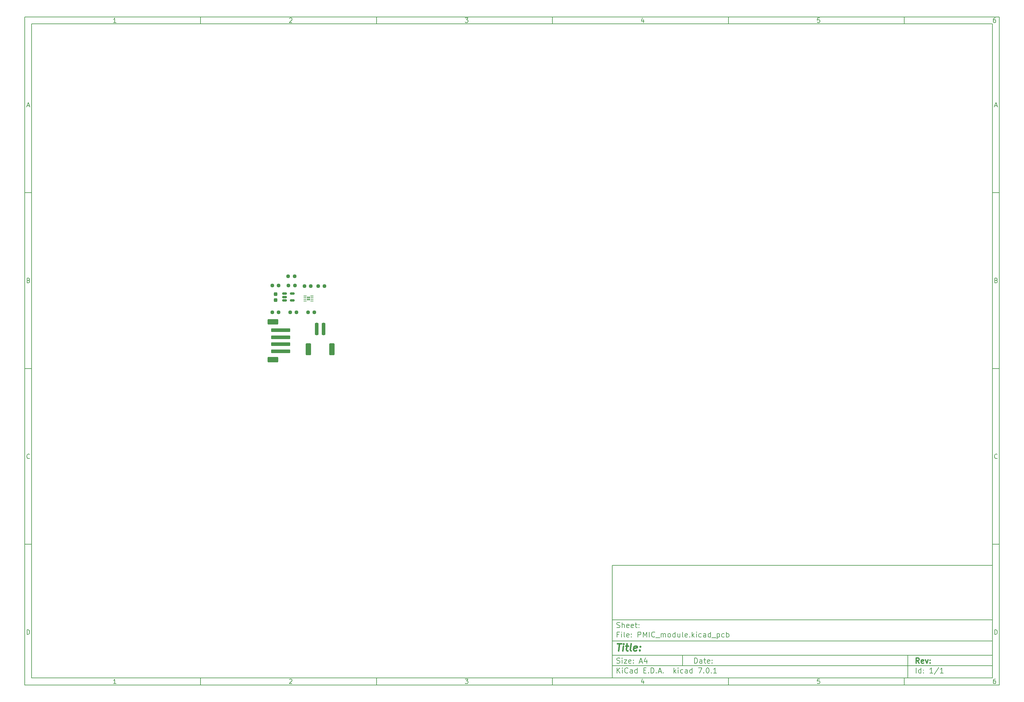
<source format=gbr>
%TF.GenerationSoftware,KiCad,Pcbnew,7.0.1*%
%TF.CreationDate,2023-09-22T10:39:05-04:00*%
%TF.ProjectId,PMIC_module,504d4943-5f6d-46f6-9475-6c652e6b6963,rev?*%
%TF.SameCoordinates,Original*%
%TF.FileFunction,Paste,Top*%
%TF.FilePolarity,Positive*%
%FSLAX46Y46*%
G04 Gerber Fmt 4.6, Leading zero omitted, Abs format (unit mm)*
G04 Created by KiCad (PCBNEW 7.0.1) date 2023-09-22 10:39:05*
%MOMM*%
%LPD*%
G01*
G04 APERTURE LIST*
G04 Aperture macros list*
%AMRoundRect*
0 Rectangle with rounded corners*
0 $1 Rounding radius*
0 $2 $3 $4 $5 $6 $7 $8 $9 X,Y pos of 4 corners*
0 Add a 4 corners polygon primitive as box body*
4,1,4,$2,$3,$4,$5,$6,$7,$8,$9,$2,$3,0*
0 Add four circle primitives for the rounded corners*
1,1,$1+$1,$2,$3*
1,1,$1+$1,$4,$5*
1,1,$1+$1,$6,$7*
1,1,$1+$1,$8,$9*
0 Add four rect primitives between the rounded corners*
20,1,$1+$1,$2,$3,$4,$5,0*
20,1,$1+$1,$4,$5,$6,$7,0*
20,1,$1+$1,$6,$7,$8,$9,0*
20,1,$1+$1,$8,$9,$2,$3,0*%
G04 Aperture macros list end*
%ADD10C,0.100000*%
%ADD11C,0.150000*%
%ADD12C,0.300000*%
%ADD13C,0.400000*%
%ADD14RoundRect,0.237500X-0.250000X-0.237500X0.250000X-0.237500X0.250000X0.237500X-0.250000X0.237500X0*%
%ADD15RoundRect,0.250000X-0.250000X-1.500000X0.250000X-1.500000X0.250000X1.500000X-0.250000X1.500000X0*%
%ADD16RoundRect,0.250001X-0.499999X-1.449999X0.499999X-1.449999X0.499999X1.449999X-0.499999X1.449999X0*%
%ADD17RoundRect,0.237500X0.250000X0.237500X-0.250000X0.237500X-0.250000X-0.237500X0.250000X-0.237500X0*%
%ADD18RoundRect,0.250000X2.500000X-0.250000X2.500000X0.250000X-2.500000X0.250000X-2.500000X-0.250000X0*%
%ADD19RoundRect,0.250000X1.250000X-0.550000X1.250000X0.550000X-1.250000X0.550000X-1.250000X-0.550000X0*%
%ADD20RoundRect,0.080000X-0.080000X-0.160000X0.080000X-0.160000X0.080000X0.160000X-0.080000X0.160000X0*%
%ADD21RoundRect,0.062500X-0.325000X-0.062500X0.325000X-0.062500X0.325000X0.062500X-0.325000X0.062500X0*%
%ADD22RoundRect,0.237500X-0.237500X0.287500X-0.237500X-0.287500X0.237500X-0.287500X0.237500X0.287500X0*%
%ADD23RoundRect,0.150000X-0.512500X-0.150000X0.512500X-0.150000X0.512500X0.150000X-0.512500X0.150000X0*%
G04 APERTURE END LIST*
D10*
D11*
X177002200Y-166007200D02*
X285002200Y-166007200D01*
X285002200Y-198007200D01*
X177002200Y-198007200D01*
X177002200Y-166007200D01*
D10*
D11*
X10000000Y-10000000D02*
X287002200Y-10000000D01*
X287002200Y-200007200D01*
X10000000Y-200007200D01*
X10000000Y-10000000D01*
D10*
D11*
X12000000Y-12000000D02*
X285002200Y-12000000D01*
X285002200Y-198007200D01*
X12000000Y-198007200D01*
X12000000Y-12000000D01*
D10*
D11*
X60000000Y-12000000D02*
X60000000Y-10000000D01*
D10*
D11*
X110000000Y-12000000D02*
X110000000Y-10000000D01*
D10*
D11*
X160000000Y-12000000D02*
X160000000Y-10000000D01*
D10*
D11*
X210000000Y-12000000D02*
X210000000Y-10000000D01*
D10*
D11*
X260000000Y-12000000D02*
X260000000Y-10000000D01*
D10*
D11*
X35990476Y-11601404D02*
X35247619Y-11601404D01*
X35619047Y-11601404D02*
X35619047Y-10301404D01*
X35619047Y-10301404D02*
X35495238Y-10487119D01*
X35495238Y-10487119D02*
X35371428Y-10610928D01*
X35371428Y-10610928D02*
X35247619Y-10672833D01*
D10*
D11*
X85247619Y-10425214D02*
X85309523Y-10363309D01*
X85309523Y-10363309D02*
X85433333Y-10301404D01*
X85433333Y-10301404D02*
X85742857Y-10301404D01*
X85742857Y-10301404D02*
X85866666Y-10363309D01*
X85866666Y-10363309D02*
X85928571Y-10425214D01*
X85928571Y-10425214D02*
X85990476Y-10549023D01*
X85990476Y-10549023D02*
X85990476Y-10672833D01*
X85990476Y-10672833D02*
X85928571Y-10858547D01*
X85928571Y-10858547D02*
X85185714Y-11601404D01*
X85185714Y-11601404D02*
X85990476Y-11601404D01*
D10*
D11*
X135185714Y-10301404D02*
X135990476Y-10301404D01*
X135990476Y-10301404D02*
X135557142Y-10796642D01*
X135557142Y-10796642D02*
X135742857Y-10796642D01*
X135742857Y-10796642D02*
X135866666Y-10858547D01*
X135866666Y-10858547D02*
X135928571Y-10920452D01*
X135928571Y-10920452D02*
X135990476Y-11044261D01*
X135990476Y-11044261D02*
X135990476Y-11353785D01*
X135990476Y-11353785D02*
X135928571Y-11477595D01*
X135928571Y-11477595D02*
X135866666Y-11539500D01*
X135866666Y-11539500D02*
X135742857Y-11601404D01*
X135742857Y-11601404D02*
X135371428Y-11601404D01*
X135371428Y-11601404D02*
X135247619Y-11539500D01*
X135247619Y-11539500D02*
X135185714Y-11477595D01*
D10*
D11*
X185866666Y-10734738D02*
X185866666Y-11601404D01*
X185557142Y-10239500D02*
X185247619Y-11168071D01*
X185247619Y-11168071D02*
X186052380Y-11168071D01*
D10*
D11*
X235928571Y-10301404D02*
X235309523Y-10301404D01*
X235309523Y-10301404D02*
X235247619Y-10920452D01*
X235247619Y-10920452D02*
X235309523Y-10858547D01*
X235309523Y-10858547D02*
X235433333Y-10796642D01*
X235433333Y-10796642D02*
X235742857Y-10796642D01*
X235742857Y-10796642D02*
X235866666Y-10858547D01*
X235866666Y-10858547D02*
X235928571Y-10920452D01*
X235928571Y-10920452D02*
X235990476Y-11044261D01*
X235990476Y-11044261D02*
X235990476Y-11353785D01*
X235990476Y-11353785D02*
X235928571Y-11477595D01*
X235928571Y-11477595D02*
X235866666Y-11539500D01*
X235866666Y-11539500D02*
X235742857Y-11601404D01*
X235742857Y-11601404D02*
X235433333Y-11601404D01*
X235433333Y-11601404D02*
X235309523Y-11539500D01*
X235309523Y-11539500D02*
X235247619Y-11477595D01*
D10*
D11*
X285866666Y-10301404D02*
X285619047Y-10301404D01*
X285619047Y-10301404D02*
X285495238Y-10363309D01*
X285495238Y-10363309D02*
X285433333Y-10425214D01*
X285433333Y-10425214D02*
X285309523Y-10610928D01*
X285309523Y-10610928D02*
X285247619Y-10858547D01*
X285247619Y-10858547D02*
X285247619Y-11353785D01*
X285247619Y-11353785D02*
X285309523Y-11477595D01*
X285309523Y-11477595D02*
X285371428Y-11539500D01*
X285371428Y-11539500D02*
X285495238Y-11601404D01*
X285495238Y-11601404D02*
X285742857Y-11601404D01*
X285742857Y-11601404D02*
X285866666Y-11539500D01*
X285866666Y-11539500D02*
X285928571Y-11477595D01*
X285928571Y-11477595D02*
X285990476Y-11353785D01*
X285990476Y-11353785D02*
X285990476Y-11044261D01*
X285990476Y-11044261D02*
X285928571Y-10920452D01*
X285928571Y-10920452D02*
X285866666Y-10858547D01*
X285866666Y-10858547D02*
X285742857Y-10796642D01*
X285742857Y-10796642D02*
X285495238Y-10796642D01*
X285495238Y-10796642D02*
X285371428Y-10858547D01*
X285371428Y-10858547D02*
X285309523Y-10920452D01*
X285309523Y-10920452D02*
X285247619Y-11044261D01*
D10*
D11*
X60000000Y-198007200D02*
X60000000Y-200007200D01*
D10*
D11*
X110000000Y-198007200D02*
X110000000Y-200007200D01*
D10*
D11*
X160000000Y-198007200D02*
X160000000Y-200007200D01*
D10*
D11*
X210000000Y-198007200D02*
X210000000Y-200007200D01*
D10*
D11*
X260000000Y-198007200D02*
X260000000Y-200007200D01*
D10*
D11*
X35990476Y-199608604D02*
X35247619Y-199608604D01*
X35619047Y-199608604D02*
X35619047Y-198308604D01*
X35619047Y-198308604D02*
X35495238Y-198494319D01*
X35495238Y-198494319D02*
X35371428Y-198618128D01*
X35371428Y-198618128D02*
X35247619Y-198680033D01*
D10*
D11*
X85247619Y-198432414D02*
X85309523Y-198370509D01*
X85309523Y-198370509D02*
X85433333Y-198308604D01*
X85433333Y-198308604D02*
X85742857Y-198308604D01*
X85742857Y-198308604D02*
X85866666Y-198370509D01*
X85866666Y-198370509D02*
X85928571Y-198432414D01*
X85928571Y-198432414D02*
X85990476Y-198556223D01*
X85990476Y-198556223D02*
X85990476Y-198680033D01*
X85990476Y-198680033D02*
X85928571Y-198865747D01*
X85928571Y-198865747D02*
X85185714Y-199608604D01*
X85185714Y-199608604D02*
X85990476Y-199608604D01*
D10*
D11*
X135185714Y-198308604D02*
X135990476Y-198308604D01*
X135990476Y-198308604D02*
X135557142Y-198803842D01*
X135557142Y-198803842D02*
X135742857Y-198803842D01*
X135742857Y-198803842D02*
X135866666Y-198865747D01*
X135866666Y-198865747D02*
X135928571Y-198927652D01*
X135928571Y-198927652D02*
X135990476Y-199051461D01*
X135990476Y-199051461D02*
X135990476Y-199360985D01*
X135990476Y-199360985D02*
X135928571Y-199484795D01*
X135928571Y-199484795D02*
X135866666Y-199546700D01*
X135866666Y-199546700D02*
X135742857Y-199608604D01*
X135742857Y-199608604D02*
X135371428Y-199608604D01*
X135371428Y-199608604D02*
X135247619Y-199546700D01*
X135247619Y-199546700D02*
X135185714Y-199484795D01*
D10*
D11*
X185866666Y-198741938D02*
X185866666Y-199608604D01*
X185557142Y-198246700D02*
X185247619Y-199175271D01*
X185247619Y-199175271D02*
X186052380Y-199175271D01*
D10*
D11*
X235928571Y-198308604D02*
X235309523Y-198308604D01*
X235309523Y-198308604D02*
X235247619Y-198927652D01*
X235247619Y-198927652D02*
X235309523Y-198865747D01*
X235309523Y-198865747D02*
X235433333Y-198803842D01*
X235433333Y-198803842D02*
X235742857Y-198803842D01*
X235742857Y-198803842D02*
X235866666Y-198865747D01*
X235866666Y-198865747D02*
X235928571Y-198927652D01*
X235928571Y-198927652D02*
X235990476Y-199051461D01*
X235990476Y-199051461D02*
X235990476Y-199360985D01*
X235990476Y-199360985D02*
X235928571Y-199484795D01*
X235928571Y-199484795D02*
X235866666Y-199546700D01*
X235866666Y-199546700D02*
X235742857Y-199608604D01*
X235742857Y-199608604D02*
X235433333Y-199608604D01*
X235433333Y-199608604D02*
X235309523Y-199546700D01*
X235309523Y-199546700D02*
X235247619Y-199484795D01*
D10*
D11*
X285866666Y-198308604D02*
X285619047Y-198308604D01*
X285619047Y-198308604D02*
X285495238Y-198370509D01*
X285495238Y-198370509D02*
X285433333Y-198432414D01*
X285433333Y-198432414D02*
X285309523Y-198618128D01*
X285309523Y-198618128D02*
X285247619Y-198865747D01*
X285247619Y-198865747D02*
X285247619Y-199360985D01*
X285247619Y-199360985D02*
X285309523Y-199484795D01*
X285309523Y-199484795D02*
X285371428Y-199546700D01*
X285371428Y-199546700D02*
X285495238Y-199608604D01*
X285495238Y-199608604D02*
X285742857Y-199608604D01*
X285742857Y-199608604D02*
X285866666Y-199546700D01*
X285866666Y-199546700D02*
X285928571Y-199484795D01*
X285928571Y-199484795D02*
X285990476Y-199360985D01*
X285990476Y-199360985D02*
X285990476Y-199051461D01*
X285990476Y-199051461D02*
X285928571Y-198927652D01*
X285928571Y-198927652D02*
X285866666Y-198865747D01*
X285866666Y-198865747D02*
X285742857Y-198803842D01*
X285742857Y-198803842D02*
X285495238Y-198803842D01*
X285495238Y-198803842D02*
X285371428Y-198865747D01*
X285371428Y-198865747D02*
X285309523Y-198927652D01*
X285309523Y-198927652D02*
X285247619Y-199051461D01*
D10*
D11*
X10000000Y-60000000D02*
X12000000Y-60000000D01*
D10*
D11*
X10000000Y-110000000D02*
X12000000Y-110000000D01*
D10*
D11*
X10000000Y-160000000D02*
X12000000Y-160000000D01*
D10*
D11*
X10690476Y-35229976D02*
X11309523Y-35229976D01*
X10566666Y-35601404D02*
X10999999Y-34301404D01*
X10999999Y-34301404D02*
X11433333Y-35601404D01*
D10*
D11*
X11092857Y-84920452D02*
X11278571Y-84982357D01*
X11278571Y-84982357D02*
X11340476Y-85044261D01*
X11340476Y-85044261D02*
X11402380Y-85168071D01*
X11402380Y-85168071D02*
X11402380Y-85353785D01*
X11402380Y-85353785D02*
X11340476Y-85477595D01*
X11340476Y-85477595D02*
X11278571Y-85539500D01*
X11278571Y-85539500D02*
X11154761Y-85601404D01*
X11154761Y-85601404D02*
X10659523Y-85601404D01*
X10659523Y-85601404D02*
X10659523Y-84301404D01*
X10659523Y-84301404D02*
X11092857Y-84301404D01*
X11092857Y-84301404D02*
X11216666Y-84363309D01*
X11216666Y-84363309D02*
X11278571Y-84425214D01*
X11278571Y-84425214D02*
X11340476Y-84549023D01*
X11340476Y-84549023D02*
X11340476Y-84672833D01*
X11340476Y-84672833D02*
X11278571Y-84796642D01*
X11278571Y-84796642D02*
X11216666Y-84858547D01*
X11216666Y-84858547D02*
X11092857Y-84920452D01*
X11092857Y-84920452D02*
X10659523Y-84920452D01*
D10*
D11*
X11402380Y-135477595D02*
X11340476Y-135539500D01*
X11340476Y-135539500D02*
X11154761Y-135601404D01*
X11154761Y-135601404D02*
X11030952Y-135601404D01*
X11030952Y-135601404D02*
X10845238Y-135539500D01*
X10845238Y-135539500D02*
X10721428Y-135415690D01*
X10721428Y-135415690D02*
X10659523Y-135291880D01*
X10659523Y-135291880D02*
X10597619Y-135044261D01*
X10597619Y-135044261D02*
X10597619Y-134858547D01*
X10597619Y-134858547D02*
X10659523Y-134610928D01*
X10659523Y-134610928D02*
X10721428Y-134487119D01*
X10721428Y-134487119D02*
X10845238Y-134363309D01*
X10845238Y-134363309D02*
X11030952Y-134301404D01*
X11030952Y-134301404D02*
X11154761Y-134301404D01*
X11154761Y-134301404D02*
X11340476Y-134363309D01*
X11340476Y-134363309D02*
X11402380Y-134425214D01*
D10*
D11*
X10659523Y-185601404D02*
X10659523Y-184301404D01*
X10659523Y-184301404D02*
X10969047Y-184301404D01*
X10969047Y-184301404D02*
X11154761Y-184363309D01*
X11154761Y-184363309D02*
X11278571Y-184487119D01*
X11278571Y-184487119D02*
X11340476Y-184610928D01*
X11340476Y-184610928D02*
X11402380Y-184858547D01*
X11402380Y-184858547D02*
X11402380Y-185044261D01*
X11402380Y-185044261D02*
X11340476Y-185291880D01*
X11340476Y-185291880D02*
X11278571Y-185415690D01*
X11278571Y-185415690D02*
X11154761Y-185539500D01*
X11154761Y-185539500D02*
X10969047Y-185601404D01*
X10969047Y-185601404D02*
X10659523Y-185601404D01*
D10*
D11*
X287002200Y-60000000D02*
X285002200Y-60000000D01*
D10*
D11*
X287002200Y-110000000D02*
X285002200Y-110000000D01*
D10*
D11*
X287002200Y-160000000D02*
X285002200Y-160000000D01*
D10*
D11*
X285692676Y-35229976D02*
X286311723Y-35229976D01*
X285568866Y-35601404D02*
X286002199Y-34301404D01*
X286002199Y-34301404D02*
X286435533Y-35601404D01*
D10*
D11*
X286095057Y-84920452D02*
X286280771Y-84982357D01*
X286280771Y-84982357D02*
X286342676Y-85044261D01*
X286342676Y-85044261D02*
X286404580Y-85168071D01*
X286404580Y-85168071D02*
X286404580Y-85353785D01*
X286404580Y-85353785D02*
X286342676Y-85477595D01*
X286342676Y-85477595D02*
X286280771Y-85539500D01*
X286280771Y-85539500D02*
X286156961Y-85601404D01*
X286156961Y-85601404D02*
X285661723Y-85601404D01*
X285661723Y-85601404D02*
X285661723Y-84301404D01*
X285661723Y-84301404D02*
X286095057Y-84301404D01*
X286095057Y-84301404D02*
X286218866Y-84363309D01*
X286218866Y-84363309D02*
X286280771Y-84425214D01*
X286280771Y-84425214D02*
X286342676Y-84549023D01*
X286342676Y-84549023D02*
X286342676Y-84672833D01*
X286342676Y-84672833D02*
X286280771Y-84796642D01*
X286280771Y-84796642D02*
X286218866Y-84858547D01*
X286218866Y-84858547D02*
X286095057Y-84920452D01*
X286095057Y-84920452D02*
X285661723Y-84920452D01*
D10*
D11*
X286404580Y-135477595D02*
X286342676Y-135539500D01*
X286342676Y-135539500D02*
X286156961Y-135601404D01*
X286156961Y-135601404D02*
X286033152Y-135601404D01*
X286033152Y-135601404D02*
X285847438Y-135539500D01*
X285847438Y-135539500D02*
X285723628Y-135415690D01*
X285723628Y-135415690D02*
X285661723Y-135291880D01*
X285661723Y-135291880D02*
X285599819Y-135044261D01*
X285599819Y-135044261D02*
X285599819Y-134858547D01*
X285599819Y-134858547D02*
X285661723Y-134610928D01*
X285661723Y-134610928D02*
X285723628Y-134487119D01*
X285723628Y-134487119D02*
X285847438Y-134363309D01*
X285847438Y-134363309D02*
X286033152Y-134301404D01*
X286033152Y-134301404D02*
X286156961Y-134301404D01*
X286156961Y-134301404D02*
X286342676Y-134363309D01*
X286342676Y-134363309D02*
X286404580Y-134425214D01*
D10*
D11*
X285661723Y-185601404D02*
X285661723Y-184301404D01*
X285661723Y-184301404D02*
X285971247Y-184301404D01*
X285971247Y-184301404D02*
X286156961Y-184363309D01*
X286156961Y-184363309D02*
X286280771Y-184487119D01*
X286280771Y-184487119D02*
X286342676Y-184610928D01*
X286342676Y-184610928D02*
X286404580Y-184858547D01*
X286404580Y-184858547D02*
X286404580Y-185044261D01*
X286404580Y-185044261D02*
X286342676Y-185291880D01*
X286342676Y-185291880D02*
X286280771Y-185415690D01*
X286280771Y-185415690D02*
X286156961Y-185539500D01*
X286156961Y-185539500D02*
X285971247Y-185601404D01*
X285971247Y-185601404D02*
X285661723Y-185601404D01*
D10*
D11*
X200359342Y-193801128D02*
X200359342Y-192301128D01*
X200359342Y-192301128D02*
X200716485Y-192301128D01*
X200716485Y-192301128D02*
X200930771Y-192372557D01*
X200930771Y-192372557D02*
X201073628Y-192515414D01*
X201073628Y-192515414D02*
X201145057Y-192658271D01*
X201145057Y-192658271D02*
X201216485Y-192943985D01*
X201216485Y-192943985D02*
X201216485Y-193158271D01*
X201216485Y-193158271D02*
X201145057Y-193443985D01*
X201145057Y-193443985D02*
X201073628Y-193586842D01*
X201073628Y-193586842D02*
X200930771Y-193729700D01*
X200930771Y-193729700D02*
X200716485Y-193801128D01*
X200716485Y-193801128D02*
X200359342Y-193801128D01*
X202502200Y-193801128D02*
X202502200Y-193015414D01*
X202502200Y-193015414D02*
X202430771Y-192872557D01*
X202430771Y-192872557D02*
X202287914Y-192801128D01*
X202287914Y-192801128D02*
X202002200Y-192801128D01*
X202002200Y-192801128D02*
X201859342Y-192872557D01*
X202502200Y-193729700D02*
X202359342Y-193801128D01*
X202359342Y-193801128D02*
X202002200Y-193801128D01*
X202002200Y-193801128D02*
X201859342Y-193729700D01*
X201859342Y-193729700D02*
X201787914Y-193586842D01*
X201787914Y-193586842D02*
X201787914Y-193443985D01*
X201787914Y-193443985D02*
X201859342Y-193301128D01*
X201859342Y-193301128D02*
X202002200Y-193229700D01*
X202002200Y-193229700D02*
X202359342Y-193229700D01*
X202359342Y-193229700D02*
X202502200Y-193158271D01*
X203002200Y-192801128D02*
X203573628Y-192801128D01*
X203216485Y-192301128D02*
X203216485Y-193586842D01*
X203216485Y-193586842D02*
X203287914Y-193729700D01*
X203287914Y-193729700D02*
X203430771Y-193801128D01*
X203430771Y-193801128D02*
X203573628Y-193801128D01*
X204645057Y-193729700D02*
X204502200Y-193801128D01*
X204502200Y-193801128D02*
X204216486Y-193801128D01*
X204216486Y-193801128D02*
X204073628Y-193729700D01*
X204073628Y-193729700D02*
X204002200Y-193586842D01*
X204002200Y-193586842D02*
X204002200Y-193015414D01*
X204002200Y-193015414D02*
X204073628Y-192872557D01*
X204073628Y-192872557D02*
X204216486Y-192801128D01*
X204216486Y-192801128D02*
X204502200Y-192801128D01*
X204502200Y-192801128D02*
X204645057Y-192872557D01*
X204645057Y-192872557D02*
X204716486Y-193015414D01*
X204716486Y-193015414D02*
X204716486Y-193158271D01*
X204716486Y-193158271D02*
X204002200Y-193301128D01*
X205359342Y-193658271D02*
X205430771Y-193729700D01*
X205430771Y-193729700D02*
X205359342Y-193801128D01*
X205359342Y-193801128D02*
X205287914Y-193729700D01*
X205287914Y-193729700D02*
X205359342Y-193658271D01*
X205359342Y-193658271D02*
X205359342Y-193801128D01*
X205359342Y-192872557D02*
X205430771Y-192943985D01*
X205430771Y-192943985D02*
X205359342Y-193015414D01*
X205359342Y-193015414D02*
X205287914Y-192943985D01*
X205287914Y-192943985D02*
X205359342Y-192872557D01*
X205359342Y-192872557D02*
X205359342Y-193015414D01*
D10*
D11*
X177002200Y-194507200D02*
X285002200Y-194507200D01*
D10*
D11*
X178359342Y-196601128D02*
X178359342Y-195101128D01*
X179216485Y-196601128D02*
X178573628Y-195743985D01*
X179216485Y-195101128D02*
X178359342Y-195958271D01*
X179859342Y-196601128D02*
X179859342Y-195601128D01*
X179859342Y-195101128D02*
X179787914Y-195172557D01*
X179787914Y-195172557D02*
X179859342Y-195243985D01*
X179859342Y-195243985D02*
X179930771Y-195172557D01*
X179930771Y-195172557D02*
X179859342Y-195101128D01*
X179859342Y-195101128D02*
X179859342Y-195243985D01*
X181430771Y-196458271D02*
X181359343Y-196529700D01*
X181359343Y-196529700D02*
X181145057Y-196601128D01*
X181145057Y-196601128D02*
X181002200Y-196601128D01*
X181002200Y-196601128D02*
X180787914Y-196529700D01*
X180787914Y-196529700D02*
X180645057Y-196386842D01*
X180645057Y-196386842D02*
X180573628Y-196243985D01*
X180573628Y-196243985D02*
X180502200Y-195958271D01*
X180502200Y-195958271D02*
X180502200Y-195743985D01*
X180502200Y-195743985D02*
X180573628Y-195458271D01*
X180573628Y-195458271D02*
X180645057Y-195315414D01*
X180645057Y-195315414D02*
X180787914Y-195172557D01*
X180787914Y-195172557D02*
X181002200Y-195101128D01*
X181002200Y-195101128D02*
X181145057Y-195101128D01*
X181145057Y-195101128D02*
X181359343Y-195172557D01*
X181359343Y-195172557D02*
X181430771Y-195243985D01*
X182716486Y-196601128D02*
X182716486Y-195815414D01*
X182716486Y-195815414D02*
X182645057Y-195672557D01*
X182645057Y-195672557D02*
X182502200Y-195601128D01*
X182502200Y-195601128D02*
X182216486Y-195601128D01*
X182216486Y-195601128D02*
X182073628Y-195672557D01*
X182716486Y-196529700D02*
X182573628Y-196601128D01*
X182573628Y-196601128D02*
X182216486Y-196601128D01*
X182216486Y-196601128D02*
X182073628Y-196529700D01*
X182073628Y-196529700D02*
X182002200Y-196386842D01*
X182002200Y-196386842D02*
X182002200Y-196243985D01*
X182002200Y-196243985D02*
X182073628Y-196101128D01*
X182073628Y-196101128D02*
X182216486Y-196029700D01*
X182216486Y-196029700D02*
X182573628Y-196029700D01*
X182573628Y-196029700D02*
X182716486Y-195958271D01*
X184073629Y-196601128D02*
X184073629Y-195101128D01*
X184073629Y-196529700D02*
X183930771Y-196601128D01*
X183930771Y-196601128D02*
X183645057Y-196601128D01*
X183645057Y-196601128D02*
X183502200Y-196529700D01*
X183502200Y-196529700D02*
X183430771Y-196458271D01*
X183430771Y-196458271D02*
X183359343Y-196315414D01*
X183359343Y-196315414D02*
X183359343Y-195886842D01*
X183359343Y-195886842D02*
X183430771Y-195743985D01*
X183430771Y-195743985D02*
X183502200Y-195672557D01*
X183502200Y-195672557D02*
X183645057Y-195601128D01*
X183645057Y-195601128D02*
X183930771Y-195601128D01*
X183930771Y-195601128D02*
X184073629Y-195672557D01*
X185930771Y-195815414D02*
X186430771Y-195815414D01*
X186645057Y-196601128D02*
X185930771Y-196601128D01*
X185930771Y-196601128D02*
X185930771Y-195101128D01*
X185930771Y-195101128D02*
X186645057Y-195101128D01*
X187287914Y-196458271D02*
X187359343Y-196529700D01*
X187359343Y-196529700D02*
X187287914Y-196601128D01*
X187287914Y-196601128D02*
X187216486Y-196529700D01*
X187216486Y-196529700D02*
X187287914Y-196458271D01*
X187287914Y-196458271D02*
X187287914Y-196601128D01*
X188002200Y-196601128D02*
X188002200Y-195101128D01*
X188002200Y-195101128D02*
X188359343Y-195101128D01*
X188359343Y-195101128D02*
X188573629Y-195172557D01*
X188573629Y-195172557D02*
X188716486Y-195315414D01*
X188716486Y-195315414D02*
X188787915Y-195458271D01*
X188787915Y-195458271D02*
X188859343Y-195743985D01*
X188859343Y-195743985D02*
X188859343Y-195958271D01*
X188859343Y-195958271D02*
X188787915Y-196243985D01*
X188787915Y-196243985D02*
X188716486Y-196386842D01*
X188716486Y-196386842D02*
X188573629Y-196529700D01*
X188573629Y-196529700D02*
X188359343Y-196601128D01*
X188359343Y-196601128D02*
X188002200Y-196601128D01*
X189502200Y-196458271D02*
X189573629Y-196529700D01*
X189573629Y-196529700D02*
X189502200Y-196601128D01*
X189502200Y-196601128D02*
X189430772Y-196529700D01*
X189430772Y-196529700D02*
X189502200Y-196458271D01*
X189502200Y-196458271D02*
X189502200Y-196601128D01*
X190145058Y-196172557D02*
X190859344Y-196172557D01*
X190002201Y-196601128D02*
X190502201Y-195101128D01*
X190502201Y-195101128D02*
X191002201Y-196601128D01*
X191502200Y-196458271D02*
X191573629Y-196529700D01*
X191573629Y-196529700D02*
X191502200Y-196601128D01*
X191502200Y-196601128D02*
X191430772Y-196529700D01*
X191430772Y-196529700D02*
X191502200Y-196458271D01*
X191502200Y-196458271D02*
X191502200Y-196601128D01*
X194502200Y-196601128D02*
X194502200Y-195101128D01*
X194645058Y-196029700D02*
X195073629Y-196601128D01*
X195073629Y-195601128D02*
X194502200Y-196172557D01*
X195716486Y-196601128D02*
X195716486Y-195601128D01*
X195716486Y-195101128D02*
X195645058Y-195172557D01*
X195645058Y-195172557D02*
X195716486Y-195243985D01*
X195716486Y-195243985D02*
X195787915Y-195172557D01*
X195787915Y-195172557D02*
X195716486Y-195101128D01*
X195716486Y-195101128D02*
X195716486Y-195243985D01*
X197073630Y-196529700D02*
X196930772Y-196601128D01*
X196930772Y-196601128D02*
X196645058Y-196601128D01*
X196645058Y-196601128D02*
X196502201Y-196529700D01*
X196502201Y-196529700D02*
X196430772Y-196458271D01*
X196430772Y-196458271D02*
X196359344Y-196315414D01*
X196359344Y-196315414D02*
X196359344Y-195886842D01*
X196359344Y-195886842D02*
X196430772Y-195743985D01*
X196430772Y-195743985D02*
X196502201Y-195672557D01*
X196502201Y-195672557D02*
X196645058Y-195601128D01*
X196645058Y-195601128D02*
X196930772Y-195601128D01*
X196930772Y-195601128D02*
X197073630Y-195672557D01*
X198359344Y-196601128D02*
X198359344Y-195815414D01*
X198359344Y-195815414D02*
X198287915Y-195672557D01*
X198287915Y-195672557D02*
X198145058Y-195601128D01*
X198145058Y-195601128D02*
X197859344Y-195601128D01*
X197859344Y-195601128D02*
X197716486Y-195672557D01*
X198359344Y-196529700D02*
X198216486Y-196601128D01*
X198216486Y-196601128D02*
X197859344Y-196601128D01*
X197859344Y-196601128D02*
X197716486Y-196529700D01*
X197716486Y-196529700D02*
X197645058Y-196386842D01*
X197645058Y-196386842D02*
X197645058Y-196243985D01*
X197645058Y-196243985D02*
X197716486Y-196101128D01*
X197716486Y-196101128D02*
X197859344Y-196029700D01*
X197859344Y-196029700D02*
X198216486Y-196029700D01*
X198216486Y-196029700D02*
X198359344Y-195958271D01*
X199716487Y-196601128D02*
X199716487Y-195101128D01*
X199716487Y-196529700D02*
X199573629Y-196601128D01*
X199573629Y-196601128D02*
X199287915Y-196601128D01*
X199287915Y-196601128D02*
X199145058Y-196529700D01*
X199145058Y-196529700D02*
X199073629Y-196458271D01*
X199073629Y-196458271D02*
X199002201Y-196315414D01*
X199002201Y-196315414D02*
X199002201Y-195886842D01*
X199002201Y-195886842D02*
X199073629Y-195743985D01*
X199073629Y-195743985D02*
X199145058Y-195672557D01*
X199145058Y-195672557D02*
X199287915Y-195601128D01*
X199287915Y-195601128D02*
X199573629Y-195601128D01*
X199573629Y-195601128D02*
X199716487Y-195672557D01*
X201430772Y-195101128D02*
X202430772Y-195101128D01*
X202430772Y-195101128D02*
X201787915Y-196601128D01*
X203002200Y-196458271D02*
X203073629Y-196529700D01*
X203073629Y-196529700D02*
X203002200Y-196601128D01*
X203002200Y-196601128D02*
X202930772Y-196529700D01*
X202930772Y-196529700D02*
X203002200Y-196458271D01*
X203002200Y-196458271D02*
X203002200Y-196601128D01*
X204002201Y-195101128D02*
X204145058Y-195101128D01*
X204145058Y-195101128D02*
X204287915Y-195172557D01*
X204287915Y-195172557D02*
X204359344Y-195243985D01*
X204359344Y-195243985D02*
X204430772Y-195386842D01*
X204430772Y-195386842D02*
X204502201Y-195672557D01*
X204502201Y-195672557D02*
X204502201Y-196029700D01*
X204502201Y-196029700D02*
X204430772Y-196315414D01*
X204430772Y-196315414D02*
X204359344Y-196458271D01*
X204359344Y-196458271D02*
X204287915Y-196529700D01*
X204287915Y-196529700D02*
X204145058Y-196601128D01*
X204145058Y-196601128D02*
X204002201Y-196601128D01*
X204002201Y-196601128D02*
X203859344Y-196529700D01*
X203859344Y-196529700D02*
X203787915Y-196458271D01*
X203787915Y-196458271D02*
X203716486Y-196315414D01*
X203716486Y-196315414D02*
X203645058Y-196029700D01*
X203645058Y-196029700D02*
X203645058Y-195672557D01*
X203645058Y-195672557D02*
X203716486Y-195386842D01*
X203716486Y-195386842D02*
X203787915Y-195243985D01*
X203787915Y-195243985D02*
X203859344Y-195172557D01*
X203859344Y-195172557D02*
X204002201Y-195101128D01*
X205145057Y-196458271D02*
X205216486Y-196529700D01*
X205216486Y-196529700D02*
X205145057Y-196601128D01*
X205145057Y-196601128D02*
X205073629Y-196529700D01*
X205073629Y-196529700D02*
X205145057Y-196458271D01*
X205145057Y-196458271D02*
X205145057Y-196601128D01*
X206645058Y-196601128D02*
X205787915Y-196601128D01*
X206216486Y-196601128D02*
X206216486Y-195101128D01*
X206216486Y-195101128D02*
X206073629Y-195315414D01*
X206073629Y-195315414D02*
X205930772Y-195458271D01*
X205930772Y-195458271D02*
X205787915Y-195529700D01*
D10*
D11*
X177002200Y-191507200D02*
X285002200Y-191507200D01*
D10*
D12*
X264216485Y-193801128D02*
X263716485Y-193086842D01*
X263359342Y-193801128D02*
X263359342Y-192301128D01*
X263359342Y-192301128D02*
X263930771Y-192301128D01*
X263930771Y-192301128D02*
X264073628Y-192372557D01*
X264073628Y-192372557D02*
X264145057Y-192443985D01*
X264145057Y-192443985D02*
X264216485Y-192586842D01*
X264216485Y-192586842D02*
X264216485Y-192801128D01*
X264216485Y-192801128D02*
X264145057Y-192943985D01*
X264145057Y-192943985D02*
X264073628Y-193015414D01*
X264073628Y-193015414D02*
X263930771Y-193086842D01*
X263930771Y-193086842D02*
X263359342Y-193086842D01*
X265430771Y-193729700D02*
X265287914Y-193801128D01*
X265287914Y-193801128D02*
X265002200Y-193801128D01*
X265002200Y-193801128D02*
X264859342Y-193729700D01*
X264859342Y-193729700D02*
X264787914Y-193586842D01*
X264787914Y-193586842D02*
X264787914Y-193015414D01*
X264787914Y-193015414D02*
X264859342Y-192872557D01*
X264859342Y-192872557D02*
X265002200Y-192801128D01*
X265002200Y-192801128D02*
X265287914Y-192801128D01*
X265287914Y-192801128D02*
X265430771Y-192872557D01*
X265430771Y-192872557D02*
X265502200Y-193015414D01*
X265502200Y-193015414D02*
X265502200Y-193158271D01*
X265502200Y-193158271D02*
X264787914Y-193301128D01*
X266002199Y-192801128D02*
X266359342Y-193801128D01*
X266359342Y-193801128D02*
X266716485Y-192801128D01*
X267287913Y-193658271D02*
X267359342Y-193729700D01*
X267359342Y-193729700D02*
X267287913Y-193801128D01*
X267287913Y-193801128D02*
X267216485Y-193729700D01*
X267216485Y-193729700D02*
X267287913Y-193658271D01*
X267287913Y-193658271D02*
X267287913Y-193801128D01*
X267287913Y-192872557D02*
X267359342Y-192943985D01*
X267359342Y-192943985D02*
X267287913Y-193015414D01*
X267287913Y-193015414D02*
X267216485Y-192943985D01*
X267216485Y-192943985D02*
X267287913Y-192872557D01*
X267287913Y-192872557D02*
X267287913Y-193015414D01*
D10*
D11*
X178287914Y-193729700D02*
X178502200Y-193801128D01*
X178502200Y-193801128D02*
X178859342Y-193801128D01*
X178859342Y-193801128D02*
X179002200Y-193729700D01*
X179002200Y-193729700D02*
X179073628Y-193658271D01*
X179073628Y-193658271D02*
X179145057Y-193515414D01*
X179145057Y-193515414D02*
X179145057Y-193372557D01*
X179145057Y-193372557D02*
X179073628Y-193229700D01*
X179073628Y-193229700D02*
X179002200Y-193158271D01*
X179002200Y-193158271D02*
X178859342Y-193086842D01*
X178859342Y-193086842D02*
X178573628Y-193015414D01*
X178573628Y-193015414D02*
X178430771Y-192943985D01*
X178430771Y-192943985D02*
X178359342Y-192872557D01*
X178359342Y-192872557D02*
X178287914Y-192729700D01*
X178287914Y-192729700D02*
X178287914Y-192586842D01*
X178287914Y-192586842D02*
X178359342Y-192443985D01*
X178359342Y-192443985D02*
X178430771Y-192372557D01*
X178430771Y-192372557D02*
X178573628Y-192301128D01*
X178573628Y-192301128D02*
X178930771Y-192301128D01*
X178930771Y-192301128D02*
X179145057Y-192372557D01*
X179787913Y-193801128D02*
X179787913Y-192801128D01*
X179787913Y-192301128D02*
X179716485Y-192372557D01*
X179716485Y-192372557D02*
X179787913Y-192443985D01*
X179787913Y-192443985D02*
X179859342Y-192372557D01*
X179859342Y-192372557D02*
X179787913Y-192301128D01*
X179787913Y-192301128D02*
X179787913Y-192443985D01*
X180359342Y-192801128D02*
X181145057Y-192801128D01*
X181145057Y-192801128D02*
X180359342Y-193801128D01*
X180359342Y-193801128D02*
X181145057Y-193801128D01*
X182287914Y-193729700D02*
X182145057Y-193801128D01*
X182145057Y-193801128D02*
X181859343Y-193801128D01*
X181859343Y-193801128D02*
X181716485Y-193729700D01*
X181716485Y-193729700D02*
X181645057Y-193586842D01*
X181645057Y-193586842D02*
X181645057Y-193015414D01*
X181645057Y-193015414D02*
X181716485Y-192872557D01*
X181716485Y-192872557D02*
X181859343Y-192801128D01*
X181859343Y-192801128D02*
X182145057Y-192801128D01*
X182145057Y-192801128D02*
X182287914Y-192872557D01*
X182287914Y-192872557D02*
X182359343Y-193015414D01*
X182359343Y-193015414D02*
X182359343Y-193158271D01*
X182359343Y-193158271D02*
X181645057Y-193301128D01*
X183002199Y-193658271D02*
X183073628Y-193729700D01*
X183073628Y-193729700D02*
X183002199Y-193801128D01*
X183002199Y-193801128D02*
X182930771Y-193729700D01*
X182930771Y-193729700D02*
X183002199Y-193658271D01*
X183002199Y-193658271D02*
X183002199Y-193801128D01*
X183002199Y-192872557D02*
X183073628Y-192943985D01*
X183073628Y-192943985D02*
X183002199Y-193015414D01*
X183002199Y-193015414D02*
X182930771Y-192943985D01*
X182930771Y-192943985D02*
X183002199Y-192872557D01*
X183002199Y-192872557D02*
X183002199Y-193015414D01*
X184787914Y-193372557D02*
X185502200Y-193372557D01*
X184645057Y-193801128D02*
X185145057Y-192301128D01*
X185145057Y-192301128D02*
X185645057Y-193801128D01*
X186787914Y-192801128D02*
X186787914Y-193801128D01*
X186430771Y-192229700D02*
X186073628Y-193301128D01*
X186073628Y-193301128D02*
X187002199Y-193301128D01*
D10*
D11*
X263359342Y-196601128D02*
X263359342Y-195101128D01*
X264716486Y-196601128D02*
X264716486Y-195101128D01*
X264716486Y-196529700D02*
X264573628Y-196601128D01*
X264573628Y-196601128D02*
X264287914Y-196601128D01*
X264287914Y-196601128D02*
X264145057Y-196529700D01*
X264145057Y-196529700D02*
X264073628Y-196458271D01*
X264073628Y-196458271D02*
X264002200Y-196315414D01*
X264002200Y-196315414D02*
X264002200Y-195886842D01*
X264002200Y-195886842D02*
X264073628Y-195743985D01*
X264073628Y-195743985D02*
X264145057Y-195672557D01*
X264145057Y-195672557D02*
X264287914Y-195601128D01*
X264287914Y-195601128D02*
X264573628Y-195601128D01*
X264573628Y-195601128D02*
X264716486Y-195672557D01*
X265430771Y-196458271D02*
X265502200Y-196529700D01*
X265502200Y-196529700D02*
X265430771Y-196601128D01*
X265430771Y-196601128D02*
X265359343Y-196529700D01*
X265359343Y-196529700D02*
X265430771Y-196458271D01*
X265430771Y-196458271D02*
X265430771Y-196601128D01*
X265430771Y-195672557D02*
X265502200Y-195743985D01*
X265502200Y-195743985D02*
X265430771Y-195815414D01*
X265430771Y-195815414D02*
X265359343Y-195743985D01*
X265359343Y-195743985D02*
X265430771Y-195672557D01*
X265430771Y-195672557D02*
X265430771Y-195815414D01*
X268073629Y-196601128D02*
X267216486Y-196601128D01*
X267645057Y-196601128D02*
X267645057Y-195101128D01*
X267645057Y-195101128D02*
X267502200Y-195315414D01*
X267502200Y-195315414D02*
X267359343Y-195458271D01*
X267359343Y-195458271D02*
X267216486Y-195529700D01*
X269787914Y-195029700D02*
X268502200Y-196958271D01*
X271073629Y-196601128D02*
X270216486Y-196601128D01*
X270645057Y-196601128D02*
X270645057Y-195101128D01*
X270645057Y-195101128D02*
X270502200Y-195315414D01*
X270502200Y-195315414D02*
X270359343Y-195458271D01*
X270359343Y-195458271D02*
X270216486Y-195529700D01*
D10*
D11*
X177002200Y-187507200D02*
X285002200Y-187507200D01*
D10*
D13*
X178430771Y-188232438D02*
X179573628Y-188232438D01*
X178752200Y-190232438D02*
X179002200Y-188232438D01*
X179978390Y-190232438D02*
X180145057Y-188899104D01*
X180228390Y-188232438D02*
X180121247Y-188327676D01*
X180121247Y-188327676D02*
X180204581Y-188422914D01*
X180204581Y-188422914D02*
X180311724Y-188327676D01*
X180311724Y-188327676D02*
X180228390Y-188232438D01*
X180228390Y-188232438D02*
X180204581Y-188422914D01*
X180799819Y-188899104D02*
X181561723Y-188899104D01*
X181168866Y-188232438D02*
X180954581Y-189946723D01*
X180954581Y-189946723D02*
X181026009Y-190137200D01*
X181026009Y-190137200D02*
X181204581Y-190232438D01*
X181204581Y-190232438D02*
X181395057Y-190232438D01*
X182335533Y-190232438D02*
X182156961Y-190137200D01*
X182156961Y-190137200D02*
X182085533Y-189946723D01*
X182085533Y-189946723D02*
X182299818Y-188232438D01*
X183859342Y-190137200D02*
X183656961Y-190232438D01*
X183656961Y-190232438D02*
X183276008Y-190232438D01*
X183276008Y-190232438D02*
X183097437Y-190137200D01*
X183097437Y-190137200D02*
X183026008Y-189946723D01*
X183026008Y-189946723D02*
X183121247Y-189184819D01*
X183121247Y-189184819D02*
X183240294Y-188994342D01*
X183240294Y-188994342D02*
X183442675Y-188899104D01*
X183442675Y-188899104D02*
X183823627Y-188899104D01*
X183823627Y-188899104D02*
X184002199Y-188994342D01*
X184002199Y-188994342D02*
X184073627Y-189184819D01*
X184073627Y-189184819D02*
X184049818Y-189375295D01*
X184049818Y-189375295D02*
X183073627Y-189565771D01*
X184811723Y-190041961D02*
X184895056Y-190137200D01*
X184895056Y-190137200D02*
X184787913Y-190232438D01*
X184787913Y-190232438D02*
X184704580Y-190137200D01*
X184704580Y-190137200D02*
X184811723Y-190041961D01*
X184811723Y-190041961D02*
X184787913Y-190232438D01*
X184942675Y-188994342D02*
X185026008Y-189089580D01*
X185026008Y-189089580D02*
X184918866Y-189184819D01*
X184918866Y-189184819D02*
X184835532Y-189089580D01*
X184835532Y-189089580D02*
X184942675Y-188994342D01*
X184942675Y-188994342D02*
X184918866Y-189184819D01*
D10*
D11*
X178859342Y-185615414D02*
X178359342Y-185615414D01*
X178359342Y-186401128D02*
X178359342Y-184901128D01*
X178359342Y-184901128D02*
X179073628Y-184901128D01*
X179645056Y-186401128D02*
X179645056Y-185401128D01*
X179645056Y-184901128D02*
X179573628Y-184972557D01*
X179573628Y-184972557D02*
X179645056Y-185043985D01*
X179645056Y-185043985D02*
X179716485Y-184972557D01*
X179716485Y-184972557D02*
X179645056Y-184901128D01*
X179645056Y-184901128D02*
X179645056Y-185043985D01*
X180573628Y-186401128D02*
X180430771Y-186329700D01*
X180430771Y-186329700D02*
X180359342Y-186186842D01*
X180359342Y-186186842D02*
X180359342Y-184901128D01*
X181716485Y-186329700D02*
X181573628Y-186401128D01*
X181573628Y-186401128D02*
X181287914Y-186401128D01*
X181287914Y-186401128D02*
X181145056Y-186329700D01*
X181145056Y-186329700D02*
X181073628Y-186186842D01*
X181073628Y-186186842D02*
X181073628Y-185615414D01*
X181073628Y-185615414D02*
X181145056Y-185472557D01*
X181145056Y-185472557D02*
X181287914Y-185401128D01*
X181287914Y-185401128D02*
X181573628Y-185401128D01*
X181573628Y-185401128D02*
X181716485Y-185472557D01*
X181716485Y-185472557D02*
X181787914Y-185615414D01*
X181787914Y-185615414D02*
X181787914Y-185758271D01*
X181787914Y-185758271D02*
X181073628Y-185901128D01*
X182430770Y-186258271D02*
X182502199Y-186329700D01*
X182502199Y-186329700D02*
X182430770Y-186401128D01*
X182430770Y-186401128D02*
X182359342Y-186329700D01*
X182359342Y-186329700D02*
X182430770Y-186258271D01*
X182430770Y-186258271D02*
X182430770Y-186401128D01*
X182430770Y-185472557D02*
X182502199Y-185543985D01*
X182502199Y-185543985D02*
X182430770Y-185615414D01*
X182430770Y-185615414D02*
X182359342Y-185543985D01*
X182359342Y-185543985D02*
X182430770Y-185472557D01*
X182430770Y-185472557D02*
X182430770Y-185615414D01*
X184287913Y-186401128D02*
X184287913Y-184901128D01*
X184287913Y-184901128D02*
X184859342Y-184901128D01*
X184859342Y-184901128D02*
X185002199Y-184972557D01*
X185002199Y-184972557D02*
X185073628Y-185043985D01*
X185073628Y-185043985D02*
X185145056Y-185186842D01*
X185145056Y-185186842D02*
X185145056Y-185401128D01*
X185145056Y-185401128D02*
X185073628Y-185543985D01*
X185073628Y-185543985D02*
X185002199Y-185615414D01*
X185002199Y-185615414D02*
X184859342Y-185686842D01*
X184859342Y-185686842D02*
X184287913Y-185686842D01*
X185787913Y-186401128D02*
X185787913Y-184901128D01*
X185787913Y-184901128D02*
X186287913Y-185972557D01*
X186287913Y-185972557D02*
X186787913Y-184901128D01*
X186787913Y-184901128D02*
X186787913Y-186401128D01*
X187502199Y-186401128D02*
X187502199Y-184901128D01*
X189073628Y-186258271D02*
X189002200Y-186329700D01*
X189002200Y-186329700D02*
X188787914Y-186401128D01*
X188787914Y-186401128D02*
X188645057Y-186401128D01*
X188645057Y-186401128D02*
X188430771Y-186329700D01*
X188430771Y-186329700D02*
X188287914Y-186186842D01*
X188287914Y-186186842D02*
X188216485Y-186043985D01*
X188216485Y-186043985D02*
X188145057Y-185758271D01*
X188145057Y-185758271D02*
X188145057Y-185543985D01*
X188145057Y-185543985D02*
X188216485Y-185258271D01*
X188216485Y-185258271D02*
X188287914Y-185115414D01*
X188287914Y-185115414D02*
X188430771Y-184972557D01*
X188430771Y-184972557D02*
X188645057Y-184901128D01*
X188645057Y-184901128D02*
X188787914Y-184901128D01*
X188787914Y-184901128D02*
X189002200Y-184972557D01*
X189002200Y-184972557D02*
X189073628Y-185043985D01*
X189359343Y-186543985D02*
X190502200Y-186543985D01*
X190859342Y-186401128D02*
X190859342Y-185401128D01*
X190859342Y-185543985D02*
X190930771Y-185472557D01*
X190930771Y-185472557D02*
X191073628Y-185401128D01*
X191073628Y-185401128D02*
X191287914Y-185401128D01*
X191287914Y-185401128D02*
X191430771Y-185472557D01*
X191430771Y-185472557D02*
X191502200Y-185615414D01*
X191502200Y-185615414D02*
X191502200Y-186401128D01*
X191502200Y-185615414D02*
X191573628Y-185472557D01*
X191573628Y-185472557D02*
X191716485Y-185401128D01*
X191716485Y-185401128D02*
X191930771Y-185401128D01*
X191930771Y-185401128D02*
X192073628Y-185472557D01*
X192073628Y-185472557D02*
X192145057Y-185615414D01*
X192145057Y-185615414D02*
X192145057Y-186401128D01*
X193073628Y-186401128D02*
X192930771Y-186329700D01*
X192930771Y-186329700D02*
X192859342Y-186258271D01*
X192859342Y-186258271D02*
X192787914Y-186115414D01*
X192787914Y-186115414D02*
X192787914Y-185686842D01*
X192787914Y-185686842D02*
X192859342Y-185543985D01*
X192859342Y-185543985D02*
X192930771Y-185472557D01*
X192930771Y-185472557D02*
X193073628Y-185401128D01*
X193073628Y-185401128D02*
X193287914Y-185401128D01*
X193287914Y-185401128D02*
X193430771Y-185472557D01*
X193430771Y-185472557D02*
X193502200Y-185543985D01*
X193502200Y-185543985D02*
X193573628Y-185686842D01*
X193573628Y-185686842D02*
X193573628Y-186115414D01*
X193573628Y-186115414D02*
X193502200Y-186258271D01*
X193502200Y-186258271D02*
X193430771Y-186329700D01*
X193430771Y-186329700D02*
X193287914Y-186401128D01*
X193287914Y-186401128D02*
X193073628Y-186401128D01*
X194859343Y-186401128D02*
X194859343Y-184901128D01*
X194859343Y-186329700D02*
X194716485Y-186401128D01*
X194716485Y-186401128D02*
X194430771Y-186401128D01*
X194430771Y-186401128D02*
X194287914Y-186329700D01*
X194287914Y-186329700D02*
X194216485Y-186258271D01*
X194216485Y-186258271D02*
X194145057Y-186115414D01*
X194145057Y-186115414D02*
X194145057Y-185686842D01*
X194145057Y-185686842D02*
X194216485Y-185543985D01*
X194216485Y-185543985D02*
X194287914Y-185472557D01*
X194287914Y-185472557D02*
X194430771Y-185401128D01*
X194430771Y-185401128D02*
X194716485Y-185401128D01*
X194716485Y-185401128D02*
X194859343Y-185472557D01*
X196216486Y-185401128D02*
X196216486Y-186401128D01*
X195573628Y-185401128D02*
X195573628Y-186186842D01*
X195573628Y-186186842D02*
X195645057Y-186329700D01*
X195645057Y-186329700D02*
X195787914Y-186401128D01*
X195787914Y-186401128D02*
X196002200Y-186401128D01*
X196002200Y-186401128D02*
X196145057Y-186329700D01*
X196145057Y-186329700D02*
X196216486Y-186258271D01*
X197145057Y-186401128D02*
X197002200Y-186329700D01*
X197002200Y-186329700D02*
X196930771Y-186186842D01*
X196930771Y-186186842D02*
X196930771Y-184901128D01*
X198287914Y-186329700D02*
X198145057Y-186401128D01*
X198145057Y-186401128D02*
X197859343Y-186401128D01*
X197859343Y-186401128D02*
X197716485Y-186329700D01*
X197716485Y-186329700D02*
X197645057Y-186186842D01*
X197645057Y-186186842D02*
X197645057Y-185615414D01*
X197645057Y-185615414D02*
X197716485Y-185472557D01*
X197716485Y-185472557D02*
X197859343Y-185401128D01*
X197859343Y-185401128D02*
X198145057Y-185401128D01*
X198145057Y-185401128D02*
X198287914Y-185472557D01*
X198287914Y-185472557D02*
X198359343Y-185615414D01*
X198359343Y-185615414D02*
X198359343Y-185758271D01*
X198359343Y-185758271D02*
X197645057Y-185901128D01*
X199002199Y-186258271D02*
X199073628Y-186329700D01*
X199073628Y-186329700D02*
X199002199Y-186401128D01*
X199002199Y-186401128D02*
X198930771Y-186329700D01*
X198930771Y-186329700D02*
X199002199Y-186258271D01*
X199002199Y-186258271D02*
X199002199Y-186401128D01*
X199716485Y-186401128D02*
X199716485Y-184901128D01*
X199859343Y-185829700D02*
X200287914Y-186401128D01*
X200287914Y-185401128D02*
X199716485Y-185972557D01*
X200930771Y-186401128D02*
X200930771Y-185401128D01*
X200930771Y-184901128D02*
X200859343Y-184972557D01*
X200859343Y-184972557D02*
X200930771Y-185043985D01*
X200930771Y-185043985D02*
X201002200Y-184972557D01*
X201002200Y-184972557D02*
X200930771Y-184901128D01*
X200930771Y-184901128D02*
X200930771Y-185043985D01*
X202287915Y-186329700D02*
X202145057Y-186401128D01*
X202145057Y-186401128D02*
X201859343Y-186401128D01*
X201859343Y-186401128D02*
X201716486Y-186329700D01*
X201716486Y-186329700D02*
X201645057Y-186258271D01*
X201645057Y-186258271D02*
X201573629Y-186115414D01*
X201573629Y-186115414D02*
X201573629Y-185686842D01*
X201573629Y-185686842D02*
X201645057Y-185543985D01*
X201645057Y-185543985D02*
X201716486Y-185472557D01*
X201716486Y-185472557D02*
X201859343Y-185401128D01*
X201859343Y-185401128D02*
X202145057Y-185401128D01*
X202145057Y-185401128D02*
X202287915Y-185472557D01*
X203573629Y-186401128D02*
X203573629Y-185615414D01*
X203573629Y-185615414D02*
X203502200Y-185472557D01*
X203502200Y-185472557D02*
X203359343Y-185401128D01*
X203359343Y-185401128D02*
X203073629Y-185401128D01*
X203073629Y-185401128D02*
X202930771Y-185472557D01*
X203573629Y-186329700D02*
X203430771Y-186401128D01*
X203430771Y-186401128D02*
X203073629Y-186401128D01*
X203073629Y-186401128D02*
X202930771Y-186329700D01*
X202930771Y-186329700D02*
X202859343Y-186186842D01*
X202859343Y-186186842D02*
X202859343Y-186043985D01*
X202859343Y-186043985D02*
X202930771Y-185901128D01*
X202930771Y-185901128D02*
X203073629Y-185829700D01*
X203073629Y-185829700D02*
X203430771Y-185829700D01*
X203430771Y-185829700D02*
X203573629Y-185758271D01*
X204930772Y-186401128D02*
X204930772Y-184901128D01*
X204930772Y-186329700D02*
X204787914Y-186401128D01*
X204787914Y-186401128D02*
X204502200Y-186401128D01*
X204502200Y-186401128D02*
X204359343Y-186329700D01*
X204359343Y-186329700D02*
X204287914Y-186258271D01*
X204287914Y-186258271D02*
X204216486Y-186115414D01*
X204216486Y-186115414D02*
X204216486Y-185686842D01*
X204216486Y-185686842D02*
X204287914Y-185543985D01*
X204287914Y-185543985D02*
X204359343Y-185472557D01*
X204359343Y-185472557D02*
X204502200Y-185401128D01*
X204502200Y-185401128D02*
X204787914Y-185401128D01*
X204787914Y-185401128D02*
X204930772Y-185472557D01*
X205287915Y-186543985D02*
X206430772Y-186543985D01*
X206787914Y-185401128D02*
X206787914Y-186901128D01*
X206787914Y-185472557D02*
X206930772Y-185401128D01*
X206930772Y-185401128D02*
X207216486Y-185401128D01*
X207216486Y-185401128D02*
X207359343Y-185472557D01*
X207359343Y-185472557D02*
X207430772Y-185543985D01*
X207430772Y-185543985D02*
X207502200Y-185686842D01*
X207502200Y-185686842D02*
X207502200Y-186115414D01*
X207502200Y-186115414D02*
X207430772Y-186258271D01*
X207430772Y-186258271D02*
X207359343Y-186329700D01*
X207359343Y-186329700D02*
X207216486Y-186401128D01*
X207216486Y-186401128D02*
X206930772Y-186401128D01*
X206930772Y-186401128D02*
X206787914Y-186329700D01*
X208787915Y-186329700D02*
X208645057Y-186401128D01*
X208645057Y-186401128D02*
X208359343Y-186401128D01*
X208359343Y-186401128D02*
X208216486Y-186329700D01*
X208216486Y-186329700D02*
X208145057Y-186258271D01*
X208145057Y-186258271D02*
X208073629Y-186115414D01*
X208073629Y-186115414D02*
X208073629Y-185686842D01*
X208073629Y-185686842D02*
X208145057Y-185543985D01*
X208145057Y-185543985D02*
X208216486Y-185472557D01*
X208216486Y-185472557D02*
X208359343Y-185401128D01*
X208359343Y-185401128D02*
X208645057Y-185401128D01*
X208645057Y-185401128D02*
X208787915Y-185472557D01*
X209430771Y-186401128D02*
X209430771Y-184901128D01*
X209430771Y-185472557D02*
X209573629Y-185401128D01*
X209573629Y-185401128D02*
X209859343Y-185401128D01*
X209859343Y-185401128D02*
X210002200Y-185472557D01*
X210002200Y-185472557D02*
X210073629Y-185543985D01*
X210073629Y-185543985D02*
X210145057Y-185686842D01*
X210145057Y-185686842D02*
X210145057Y-186115414D01*
X210145057Y-186115414D02*
X210073629Y-186258271D01*
X210073629Y-186258271D02*
X210002200Y-186329700D01*
X210002200Y-186329700D02*
X209859343Y-186401128D01*
X209859343Y-186401128D02*
X209573629Y-186401128D01*
X209573629Y-186401128D02*
X209430771Y-186329700D01*
D10*
D11*
X177002200Y-181507200D02*
X285002200Y-181507200D01*
D10*
D11*
X178287914Y-183629700D02*
X178502200Y-183701128D01*
X178502200Y-183701128D02*
X178859342Y-183701128D01*
X178859342Y-183701128D02*
X179002200Y-183629700D01*
X179002200Y-183629700D02*
X179073628Y-183558271D01*
X179073628Y-183558271D02*
X179145057Y-183415414D01*
X179145057Y-183415414D02*
X179145057Y-183272557D01*
X179145057Y-183272557D02*
X179073628Y-183129700D01*
X179073628Y-183129700D02*
X179002200Y-183058271D01*
X179002200Y-183058271D02*
X178859342Y-182986842D01*
X178859342Y-182986842D02*
X178573628Y-182915414D01*
X178573628Y-182915414D02*
X178430771Y-182843985D01*
X178430771Y-182843985D02*
X178359342Y-182772557D01*
X178359342Y-182772557D02*
X178287914Y-182629700D01*
X178287914Y-182629700D02*
X178287914Y-182486842D01*
X178287914Y-182486842D02*
X178359342Y-182343985D01*
X178359342Y-182343985D02*
X178430771Y-182272557D01*
X178430771Y-182272557D02*
X178573628Y-182201128D01*
X178573628Y-182201128D02*
X178930771Y-182201128D01*
X178930771Y-182201128D02*
X179145057Y-182272557D01*
X179787913Y-183701128D02*
X179787913Y-182201128D01*
X180430771Y-183701128D02*
X180430771Y-182915414D01*
X180430771Y-182915414D02*
X180359342Y-182772557D01*
X180359342Y-182772557D02*
X180216485Y-182701128D01*
X180216485Y-182701128D02*
X180002199Y-182701128D01*
X180002199Y-182701128D02*
X179859342Y-182772557D01*
X179859342Y-182772557D02*
X179787913Y-182843985D01*
X181716485Y-183629700D02*
X181573628Y-183701128D01*
X181573628Y-183701128D02*
X181287914Y-183701128D01*
X181287914Y-183701128D02*
X181145056Y-183629700D01*
X181145056Y-183629700D02*
X181073628Y-183486842D01*
X181073628Y-183486842D02*
X181073628Y-182915414D01*
X181073628Y-182915414D02*
X181145056Y-182772557D01*
X181145056Y-182772557D02*
X181287914Y-182701128D01*
X181287914Y-182701128D02*
X181573628Y-182701128D01*
X181573628Y-182701128D02*
X181716485Y-182772557D01*
X181716485Y-182772557D02*
X181787914Y-182915414D01*
X181787914Y-182915414D02*
X181787914Y-183058271D01*
X181787914Y-183058271D02*
X181073628Y-183201128D01*
X183002199Y-183629700D02*
X182859342Y-183701128D01*
X182859342Y-183701128D02*
X182573628Y-183701128D01*
X182573628Y-183701128D02*
X182430770Y-183629700D01*
X182430770Y-183629700D02*
X182359342Y-183486842D01*
X182359342Y-183486842D02*
X182359342Y-182915414D01*
X182359342Y-182915414D02*
X182430770Y-182772557D01*
X182430770Y-182772557D02*
X182573628Y-182701128D01*
X182573628Y-182701128D02*
X182859342Y-182701128D01*
X182859342Y-182701128D02*
X183002199Y-182772557D01*
X183002199Y-182772557D02*
X183073628Y-182915414D01*
X183073628Y-182915414D02*
X183073628Y-183058271D01*
X183073628Y-183058271D02*
X182359342Y-183201128D01*
X183502199Y-182701128D02*
X184073627Y-182701128D01*
X183716484Y-182201128D02*
X183716484Y-183486842D01*
X183716484Y-183486842D02*
X183787913Y-183629700D01*
X183787913Y-183629700D02*
X183930770Y-183701128D01*
X183930770Y-183701128D02*
X184073627Y-183701128D01*
X184573627Y-183558271D02*
X184645056Y-183629700D01*
X184645056Y-183629700D02*
X184573627Y-183701128D01*
X184573627Y-183701128D02*
X184502199Y-183629700D01*
X184502199Y-183629700D02*
X184573627Y-183558271D01*
X184573627Y-183558271D02*
X184573627Y-183701128D01*
X184573627Y-182772557D02*
X184645056Y-182843985D01*
X184645056Y-182843985D02*
X184573627Y-182915414D01*
X184573627Y-182915414D02*
X184502199Y-182843985D01*
X184502199Y-182843985D02*
X184573627Y-182772557D01*
X184573627Y-182772557D02*
X184573627Y-182915414D01*
D10*
D12*
D10*
D11*
D10*
D11*
D10*
D11*
D10*
D11*
D10*
D11*
X197002200Y-191507200D02*
X197002200Y-194507200D01*
D10*
D11*
X261002200Y-191507200D02*
X261002200Y-198007200D01*
D14*
%TO.C,R2*%
X80367500Y-86360000D03*
X82192500Y-86360000D03*
%TD*%
D15*
%TO.C,J4*%
X92980000Y-98750000D03*
X94980000Y-98750000D03*
D16*
X90630000Y-104500000D03*
X97330000Y-104500000D03*
%TD*%
D17*
%TO.C,R3*%
X91308700Y-86586200D03*
X89483700Y-86586200D03*
%TD*%
D18*
%TO.C,J3*%
X82780000Y-105100000D03*
X82780000Y-101100000D03*
X82780000Y-103100000D03*
X82780000Y-99100000D03*
D19*
X80530000Y-107500000D03*
X80530000Y-96700000D03*
%TD*%
D14*
%TO.C,R5*%
X84888200Y-83766800D03*
X86713200Y-83766800D03*
%TD*%
%TO.C,R1*%
X84986000Y-86357600D03*
X86811000Y-86357600D03*
%TD*%
D17*
%TO.C,C1*%
X92352500Y-93980000D03*
X90527500Y-93980000D03*
%TD*%
%TO.C,C3*%
X87272500Y-93980000D03*
X85447500Y-93980000D03*
%TD*%
D20*
%TO.C,U1*%
X90450200Y-89766000D03*
X90450200Y-90366000D03*
X90850200Y-89766000D03*
X90850200Y-90366000D03*
D21*
X89662700Y-89316000D03*
X89662700Y-89816000D03*
X89662700Y-90316000D03*
X89662700Y-90816000D03*
X91637700Y-90816000D03*
X91637700Y-90316000D03*
X91637700Y-89816000D03*
X91637700Y-89316000D03*
%TD*%
D22*
%TO.C,D1*%
X81280000Y-88825000D03*
X81280000Y-90575000D03*
%TD*%
D17*
%TO.C,C2*%
X82192500Y-93980000D03*
X80367500Y-93980000D03*
%TD*%
%TO.C,R4*%
X95220300Y-86586200D03*
X93395300Y-86586200D03*
%TD*%
D23*
%TO.C,U2*%
X83820000Y-88700000D03*
X83820000Y-89650000D03*
X83820000Y-90600000D03*
X86095000Y-90600000D03*
X86095000Y-88700000D03*
%TD*%
M02*

</source>
